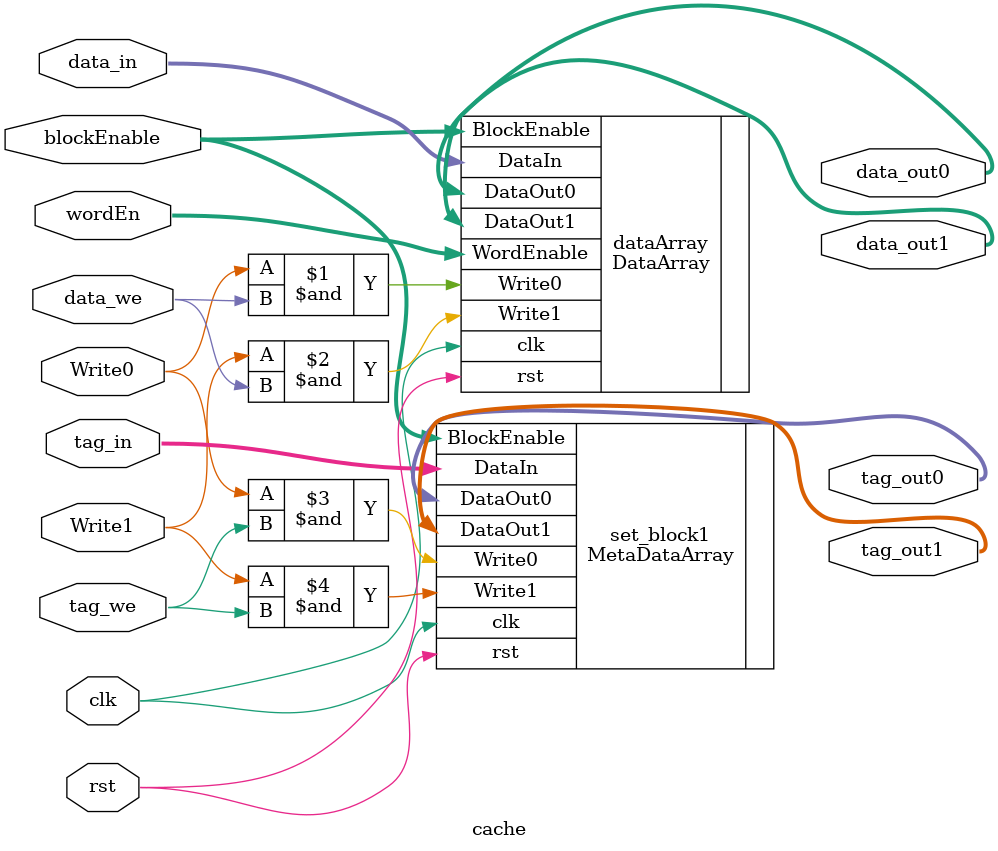
<source format=v>
module cache(clk, rst, data_we, tag_we, Write0, Write1, wordEn, tag_in, data_in, blockEnable, tag_out0, tag_out1, data_out0, data_out1);
input clk, rst;    
input data_we, tag_we; // write enables for data and tag array
input Write0, Write1; //way selects
input [7:0] wordEn;	//word in the data array
input [7:0] tag_in;	//tag to be stored in tag array
input [15:0] data_in; // data to be stored in data array
input [63:0] blockEnable; // block number in dataArray

output [7:0] tag_out0, tag_out1;	// tag stored at the given location in cache
output [15:0] data_out0, data_out1; //data returned by memory (afterdelay 

DataArray dataArray(.clk(clk), .rst(rst), .DataIn(data_in), .Write0(Write0 & data_we), .Write1(Write1 & data_we), .BlockEnable(blockEnable), .WordEnable(wordEn), .DataOut0(data_out0), .DataOut1(data_out1));
MetaDataArray set_block1(.clk(clk), .rst(rst), .DataIn(tag_in), .Write0(Write0 & tag_we), .Write1(Write1 & tag_we), .BlockEnable(blockEnable), .DataOut0(tag_out0), .DataOut1(tag_out1));

endmodule
</source>
